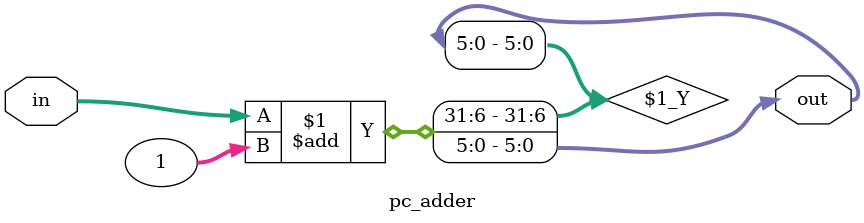
<source format=v>
`timescale 1ns / 1ps


module pc_adder(
    input [5:0] in,
    output [5:0] out
    );
    assign out = in +1;
    
endmodule

</source>
